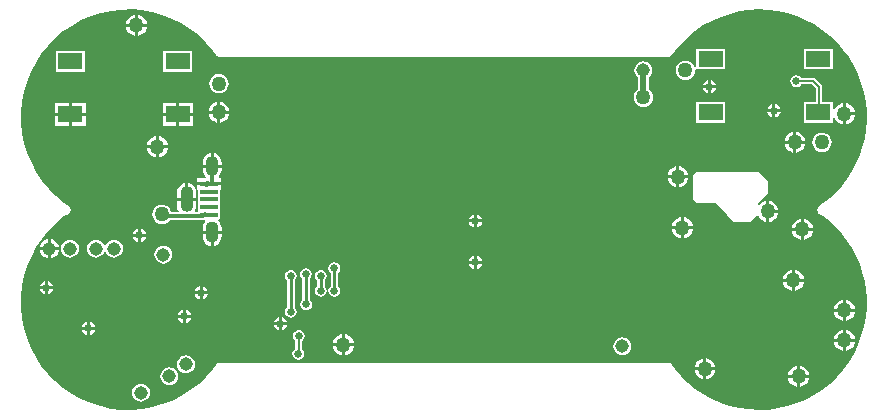
<source format=gbl>
G04*
G04 #@! TF.GenerationSoftware,Altium Limited,Altium Designer,19.1.7 (138)*
G04*
G04 Layer_Physical_Order=2*
G04 Layer_Color=16711680*
%FSLAX25Y25*%
%MOIN*%
G70*
G01*
G75*
%ADD15C,0.01000*%
%ADD55C,0.01500*%
%ADD56C,0.00800*%
%ADD57C,0.02000*%
%ADD58C,0.01200*%
%ADD59O,0.04331X0.06693*%
%ADD60O,0.04331X0.07087*%
%ADD61O,0.04331X0.08661*%
%ADD62C,0.05000*%
%ADD63C,0.02500*%
%ADD64C,0.04500*%
%ADD65R,0.08268X0.05512*%
%ADD66R,0.05906X0.01772*%
G36*
X328113Y263632D02*
X331314Y263222D01*
X334465Y262525D01*
X337540Y261547D01*
X340514Y260296D01*
X343364Y258782D01*
X346066Y257018D01*
X348598Y255017D01*
X350939Y252797D01*
X353071Y250374D01*
X354975Y247770D01*
X356638Y245004D01*
X358045Y242100D01*
X359184Y239081D01*
X360046Y235971D01*
X360625Y232797D01*
X360916Y229583D01*
Y226509D01*
X360677Y223596D01*
X360202Y220712D01*
X359493Y217877D01*
X358554Y215109D01*
X357393Y212427D01*
X356017Y209848D01*
X354435Y207391D01*
X352658Y205071D01*
X350697Y202903D01*
X348565Y200903D01*
X346278Y199084D01*
X345064Y198271D01*
X344855Y198061D01*
X344645Y197851D01*
X344644Y197850D01*
X344643Y197848D01*
X344529Y197573D01*
X344416Y197300D01*
Y197298D01*
X344415Y197297D01*
X344415Y197000D01*
X344415Y196703D01*
X344416Y196702D01*
Y196700D01*
X344529Y196428D01*
X344643Y196152D01*
X344644Y196151D01*
X344645Y196149D01*
X344853Y195940D01*
X345064Y195729D01*
X346278Y194916D01*
X348565Y193097D01*
X350696Y191097D01*
X352658Y188929D01*
X354435Y186609D01*
X356017Y184152D01*
X357393Y181573D01*
X358554Y178891D01*
X359493Y176123D01*
X360202Y173288D01*
X360677Y170404D01*
X360916Y167491D01*
Y164417D01*
X360625Y161203D01*
X360046Y158028D01*
X359184Y154919D01*
X358045Y151900D01*
X356638Y148996D01*
X354975Y146230D01*
X353071Y143626D01*
X350939Y141203D01*
X348598Y138983D01*
X346066Y136982D01*
X343364Y135218D01*
X340514Y133704D01*
X337540Y132453D01*
X334465Y131475D01*
X331314Y130778D01*
X328113Y130368D01*
X324889Y130247D01*
X321667Y130418D01*
X318473Y130878D01*
X315333Y131624D01*
X312274Y132650D01*
X309319Y133948D01*
X306494Y135506D01*
X303820Y137312D01*
X301320Y139352D01*
X299013Y141609D01*
X296920Y144065D01*
X295988Y145382D01*
X295893Y145472D01*
X295821Y145580D01*
X295679Y145675D01*
X295555Y145792D01*
X295433Y145839D01*
X295325Y145911D01*
X295157Y145945D01*
X294998Y146006D01*
X294867Y146002D01*
X294739Y146028D01*
X145261Y146028D01*
X145133Y146002D01*
X145002Y146006D01*
X144843Y145945D01*
X144675Y145911D01*
X144567Y145839D01*
X144445Y145792D01*
X144321Y145675D01*
X144179Y145580D01*
X144107Y145472D01*
X144012Y145382D01*
X143006Y143960D01*
X140726Y141324D01*
X138201Y138923D01*
X135454Y136779D01*
X132512Y134913D01*
X129402Y133341D01*
X126154Y132079D01*
X122799Y131139D01*
X119368Y130529D01*
X115894Y130256D01*
X112410Y130322D01*
X108949Y130727D01*
X105544Y131466D01*
X102227Y132533D01*
X99029Y133918D01*
X95982Y135606D01*
X93112Y137584D01*
X90449Y139831D01*
X88017Y142326D01*
X85839Y145046D01*
X83936Y147965D01*
X82325Y151055D01*
X81023Y154287D01*
X80041Y157630D01*
X79389Y161053D01*
X79073Y164523D01*
X79096Y168008D01*
X79458Y171473D01*
X80155Y174887D01*
X81181Y178217D01*
X82525Y181432D01*
X84176Y184501D01*
X86117Y187394D01*
X88331Y190085D01*
X90796Y192548D01*
X93488Y194760D01*
X94936Y195729D01*
X95145Y195939D01*
X95355Y196149D01*
X95356Y196151D01*
X95357Y196152D01*
X95470Y196424D01*
X95584Y196700D01*
Y196702D01*
X95585Y196703D01*
X95585Y196998D01*
X95585Y197297D01*
X95584Y197298D01*
Y197300D01*
X95471Y197573D01*
X95357Y197848D01*
X95356Y197850D01*
X95355Y197851D01*
X95146Y198060D01*
X94936Y198271D01*
X93489Y199240D01*
X90796Y201452D01*
X88331Y203915D01*
X86117Y206606D01*
X84176Y209499D01*
X82525Y212568D01*
X81181Y215783D01*
X80155Y219113D01*
X79458Y222527D01*
X79096Y225992D01*
X79073Y229477D01*
X79389Y232947D01*
X80041Y236370D01*
X81023Y239713D01*
X82325Y242945D01*
X83936Y246035D01*
X85839Y248954D01*
X88017Y251674D01*
X90449Y254169D01*
X93112Y256416D01*
X95982Y258394D01*
X99029Y260082D01*
X102227Y261467D01*
X105544Y262534D01*
X108949Y263273D01*
X112410Y263678D01*
X115894Y263744D01*
X119368Y263471D01*
X122799Y262861D01*
X126154Y261921D01*
X129402Y260659D01*
X132512Y259087D01*
X135454Y257221D01*
X138201Y255077D01*
X140726Y252676D01*
X143006Y250040D01*
X144012Y248618D01*
X144107Y248529D01*
X144179Y248420D01*
X144321Y248325D01*
X144445Y248208D01*
X144567Y248161D01*
X144675Y248089D01*
X144843Y248055D01*
X145002Y247994D01*
X145133Y247998D01*
X145261Y247972D01*
X294739D01*
X294867Y247998D01*
X294998Y247994D01*
X295157Y248055D01*
X295325Y248089D01*
X295433Y248161D01*
X295555Y248208D01*
X295679Y248325D01*
X295821Y248420D01*
X295893Y248529D01*
X295988Y248618D01*
X296920Y249935D01*
X299013Y252391D01*
X301320Y254647D01*
X303820Y256687D01*
X306494Y258494D01*
X309319Y260052D01*
X312274Y261350D01*
X315333Y262375D01*
X318473Y263122D01*
X321667Y263582D01*
X324889Y263753D01*
X328113Y263632D01*
D02*
G37*
%LPC*%
G36*
X118000Y261964D02*
Y259000D01*
X120964D01*
X120910Y259414D01*
X120557Y260265D01*
X119996Y260996D01*
X119265Y261557D01*
X118414Y261910D01*
X118000Y261964D01*
D02*
G37*
G36*
X117000D02*
X116586Y261910D01*
X115735Y261557D01*
X115004Y260996D01*
X114443Y260265D01*
X114090Y259414D01*
X114036Y259000D01*
X117000D01*
Y261964D01*
D02*
G37*
G36*
X120964Y258000D02*
X118000D01*
Y255036D01*
X118414Y255090D01*
X119265Y255443D01*
X119996Y256004D01*
X120557Y256735D01*
X120910Y257586D01*
X120964Y258000D01*
D02*
G37*
G36*
X117000D02*
X114036D01*
X114090Y257586D01*
X114443Y256735D01*
X115004Y256004D01*
X115735Y255443D01*
X116586Y255090D01*
X117000Y255036D01*
Y258000D01*
D02*
G37*
G36*
X313834Y250672D02*
X304166D01*
Y244248D01*
X304166Y244238D01*
X304166Y244238D01*
X304166Y244000D01*
X303666Y243967D01*
X303618Y244335D01*
X303295Y245114D01*
X302782Y245782D01*
X302114Y246295D01*
X301335Y246618D01*
X300500Y246728D01*
X299665Y246618D01*
X298886Y246295D01*
X298218Y245782D01*
X297705Y245114D01*
X297382Y244335D01*
X297272Y243500D01*
X297382Y242665D01*
X297705Y241886D01*
X298218Y241218D01*
X298886Y240705D01*
X299665Y240382D01*
X300500Y240272D01*
X301335Y240382D01*
X302114Y240705D01*
X302782Y241218D01*
X303295Y241886D01*
X303618Y242665D01*
X303724Y243470D01*
X303728Y243500D01*
X303763Y243676D01*
X304198Y243761D01*
X304567Y243761D01*
X313834D01*
Y250672D01*
D02*
G37*
G36*
X349661D02*
X339993D01*
Y243761D01*
X349661D01*
Y250672D01*
D02*
G37*
G36*
X136161Y249956D02*
X126493D01*
Y243044D01*
X136161D01*
Y249956D01*
D02*
G37*
G36*
X100334D02*
X90666D01*
Y243044D01*
X100334D01*
Y249956D01*
D02*
G37*
G36*
X309000Y240195D02*
Y238500D01*
X310695D01*
X310619Y238878D01*
X310122Y239622D01*
X309378Y240120D01*
X309000Y240195D01*
D02*
G37*
G36*
X308000D02*
X307622Y240120D01*
X306878Y239622D01*
X306381Y238878D01*
X306305Y238500D01*
X308000D01*
Y240195D01*
D02*
G37*
G36*
X310695Y237500D02*
X309000D01*
Y235805D01*
X309378Y235880D01*
X310122Y236378D01*
X310619Y237122D01*
X310695Y237500D01*
D02*
G37*
G36*
X308000D02*
X306305D01*
X306381Y237122D01*
X306878Y236378D01*
X307622Y235880D01*
X308000Y235805D01*
Y237500D01*
D02*
G37*
G36*
X145000Y242228D02*
X144165Y242118D01*
X143386Y241795D01*
X142718Y241282D01*
X142205Y240614D01*
X141882Y239835D01*
X141772Y239000D01*
X141882Y238165D01*
X142205Y237386D01*
X142718Y236718D01*
X143386Y236205D01*
X144165Y235882D01*
X145000Y235772D01*
X145835Y235882D01*
X146614Y236205D01*
X147282Y236718D01*
X147795Y237386D01*
X148118Y238165D01*
X148228Y239000D01*
X148118Y239835D01*
X147795Y240614D01*
X147282Y241282D01*
X146614Y241795D01*
X145835Y242118D01*
X145000Y242228D01*
D02*
G37*
G36*
X286500Y246476D02*
X285730Y246374D01*
X285012Y246077D01*
X284396Y245604D01*
X283923Y244988D01*
X283626Y244270D01*
X283524Y243500D01*
X283626Y242730D01*
X283923Y242012D01*
X284396Y241396D01*
X284767Y241112D01*
Y237204D01*
X284218Y236782D01*
X283705Y236114D01*
X283382Y235335D01*
X283272Y234500D01*
X283382Y233665D01*
X283705Y232886D01*
X284218Y232218D01*
X284886Y231705D01*
X285665Y231382D01*
X286500Y231272D01*
X287335Y231382D01*
X288114Y231705D01*
X288782Y232218D01*
X289295Y232886D01*
X289618Y233665D01*
X289728Y234500D01*
X289618Y235335D01*
X289295Y236114D01*
X288782Y236782D01*
X288233Y237204D01*
Y241112D01*
X288604Y241396D01*
X289077Y242012D01*
X289374Y242730D01*
X289475Y243500D01*
X289374Y244270D01*
X289077Y244988D01*
X288604Y245604D01*
X287988Y246077D01*
X287270Y246374D01*
X286500Y246476D01*
D02*
G37*
G36*
X330500Y232195D02*
Y230500D01*
X332195D01*
X332119Y230878D01*
X331622Y231622D01*
X330878Y232119D01*
X330500Y232195D01*
D02*
G37*
G36*
X329500D02*
X329122Y232119D01*
X328378Y231622D01*
X327881Y230878D01*
X327805Y230500D01*
X329500D01*
Y232195D01*
D02*
G37*
G36*
X145500Y232964D02*
Y230000D01*
X148464D01*
X148410Y230414D01*
X148057Y231265D01*
X147496Y231996D01*
X146765Y232557D01*
X145914Y232910D01*
X145500Y232964D01*
D02*
G37*
G36*
X144500D02*
X144086Y232910D01*
X143235Y232557D01*
X142504Y231996D01*
X141943Y231265D01*
X141590Y230414D01*
X141536Y230000D01*
X144500D01*
Y232964D01*
D02*
G37*
G36*
X354000Y232464D02*
Y229500D01*
X356964D01*
X356910Y229914D01*
X356557Y230765D01*
X355996Y231496D01*
X355265Y232057D01*
X354414Y232410D01*
X354000Y232464D01*
D02*
G37*
G36*
X136461Y232539D02*
X131827D01*
Y229283D01*
X136461D01*
Y232539D01*
D02*
G37*
G36*
X100634D02*
X96000D01*
Y229283D01*
X100634D01*
Y232539D01*
D02*
G37*
G36*
X130827D02*
X126193D01*
Y229283D01*
X130827D01*
Y232539D01*
D02*
G37*
G36*
X95000D02*
X90366D01*
Y229283D01*
X95000D01*
Y232539D01*
D02*
G37*
G36*
X332195Y229500D02*
X330500D01*
Y227805D01*
X330878Y227881D01*
X331622Y228378D01*
X332119Y229122D01*
X332195Y229500D01*
D02*
G37*
G36*
X329500D02*
X327805D01*
X327881Y229122D01*
X328378Y228378D01*
X329122Y227881D01*
X329500Y227805D01*
Y229500D01*
D02*
G37*
G36*
X313834Y232956D02*
X304166D01*
Y226044D01*
X313834D01*
Y232956D01*
D02*
G37*
G36*
X148464Y229000D02*
X145500D01*
Y226036D01*
X145914Y226090D01*
X146765Y226443D01*
X147496Y227004D01*
X148057Y227735D01*
X148410Y228586D01*
X148464Y229000D01*
D02*
G37*
G36*
X144500D02*
X141536D01*
X141590Y228586D01*
X141943Y227735D01*
X142504Y227004D01*
X143235Y226443D01*
X144086Y226090D01*
X144500Y226036D01*
Y229000D01*
D02*
G37*
G36*
X356964Y228500D02*
X354000D01*
Y225536D01*
X354414Y225590D01*
X355265Y225943D01*
X355996Y226504D01*
X356557Y227235D01*
X356910Y228086D01*
X356964Y228500D01*
D02*
G37*
G36*
X337453Y241890D02*
X336692Y241739D01*
X336047Y241307D01*
X335616Y240662D01*
X335465Y239902D01*
X335616Y239141D01*
X336047Y238496D01*
X336692Y238065D01*
X337453Y237913D01*
X338214Y238065D01*
X338859Y238496D01*
X339049Y238780D01*
X342634D01*
X343879Y237535D01*
Y232956D01*
X339993D01*
Y226044D01*
X349661D01*
Y227817D01*
X350161Y227916D01*
X350443Y227235D01*
X351004Y226504D01*
X351735Y225943D01*
X352586Y225590D01*
X353000Y225536D01*
Y229000D01*
Y232464D01*
X352586Y232410D01*
X351735Y232057D01*
X351004Y231496D01*
X350443Y230765D01*
X350161Y230084D01*
X349661Y230184D01*
Y232956D01*
X346122D01*
Y238000D01*
X346036Y238429D01*
X345793Y238793D01*
X345793Y238793D01*
X343892Y240695D01*
X343528Y240938D01*
X343098Y241023D01*
X343098Y241023D01*
X339049D01*
X338859Y241307D01*
X338214Y241739D01*
X337453Y241890D01*
D02*
G37*
G36*
X136461Y228284D02*
X131827D01*
Y225028D01*
X136461D01*
Y228284D01*
D02*
G37*
G36*
X130827D02*
X126193D01*
Y225028D01*
X130827D01*
Y228284D01*
D02*
G37*
G36*
X100634D02*
X96000D01*
Y225028D01*
X100634D01*
Y228284D01*
D02*
G37*
G36*
X95000D02*
X90366D01*
Y225028D01*
X95000D01*
Y228284D01*
D02*
G37*
G36*
X337500Y222964D02*
Y220000D01*
X340464D01*
X340410Y220414D01*
X340057Y221265D01*
X339496Y221996D01*
X338765Y222557D01*
X337914Y222910D01*
X337500Y222964D01*
D02*
G37*
G36*
X336500D02*
X336086Y222910D01*
X335235Y222557D01*
X334504Y221996D01*
X333943Y221265D01*
X333590Y220414D01*
X333536Y220000D01*
X336500D01*
Y222964D01*
D02*
G37*
G36*
X125000Y221464D02*
Y218500D01*
X127964D01*
X127910Y218914D01*
X127557Y219765D01*
X126996Y220496D01*
X126265Y221057D01*
X125414Y221410D01*
X125000Y221464D01*
D02*
G37*
G36*
X124000D02*
X123586Y221410D01*
X122735Y221057D01*
X122004Y220496D01*
X121443Y219765D01*
X121090Y218914D01*
X121036Y218500D01*
X124000D01*
Y221464D01*
D02*
G37*
G36*
X346000Y222728D02*
X345165Y222618D01*
X344386Y222295D01*
X343718Y221782D01*
X343205Y221114D01*
X342882Y220335D01*
X342772Y219500D01*
X342882Y218665D01*
X343205Y217886D01*
X343718Y217218D01*
X344386Y216705D01*
X345165Y216382D01*
X346000Y216272D01*
X346835Y216382D01*
X347614Y216705D01*
X348282Y217218D01*
X348795Y217886D01*
X349118Y218665D01*
X349228Y219500D01*
X349118Y220335D01*
X348795Y221114D01*
X348282Y221782D01*
X347614Y222295D01*
X346835Y222618D01*
X346000Y222728D01*
D02*
G37*
G36*
X340464Y219000D02*
X337500D01*
Y216036D01*
X337914Y216090D01*
X338765Y216443D01*
X339496Y217004D01*
X340057Y217735D01*
X340410Y218586D01*
X340464Y219000D01*
D02*
G37*
G36*
X336500D02*
X333536D01*
X333590Y218586D01*
X333943Y217735D01*
X334504Y217004D01*
X335235Y216443D01*
X336086Y216090D01*
X336500Y216036D01*
Y219000D01*
D02*
G37*
G36*
X127964Y217500D02*
X125000D01*
Y214536D01*
X125414Y214590D01*
X126265Y214943D01*
X126996Y215504D01*
X127557Y216235D01*
X127910Y217086D01*
X127964Y217500D01*
D02*
G37*
G36*
X124000D02*
X121036D01*
X121090Y217086D01*
X121443Y216235D01*
X122004Y215504D01*
X122735Y214943D01*
X123586Y214590D01*
X124000Y214536D01*
Y217500D01*
D02*
G37*
G36*
X143232Y215832D02*
Y212024D01*
X145925D01*
Y212705D01*
X145816Y213531D01*
X145497Y214301D01*
X144990Y214962D01*
X144329Y215470D01*
X143559Y215789D01*
X143232Y215832D01*
D02*
G37*
G36*
X142232D02*
X141906Y215789D01*
X141136Y215470D01*
X140475Y214962D01*
X139967Y214301D01*
X139648Y213531D01*
X139540Y212705D01*
Y212024D01*
X142232D01*
Y215832D01*
D02*
G37*
G36*
X298500Y211464D02*
Y208500D01*
X301464D01*
X301410Y208914D01*
X301057Y209765D01*
X300496Y210496D01*
X299765Y211057D01*
X298914Y211410D01*
X298500Y211464D01*
D02*
G37*
G36*
X297500D02*
X297086Y211410D01*
X296235Y211057D01*
X295504Y210496D01*
X294943Y209765D01*
X294590Y208914D01*
X294536Y208500D01*
X297500D01*
Y211464D01*
D02*
G37*
G36*
X145925Y211024D02*
X142732D01*
X139540D01*
Y210343D01*
X139648Y209516D01*
X139967Y208746D01*
X140475Y208085D01*
X140580Y208004D01*
X140411Y207504D01*
X137795D01*
Y206118D01*
X141748D01*
X145701D01*
Y207504D01*
X145054D01*
X144884Y208004D01*
X144990Y208085D01*
X145497Y208746D01*
X145816Y209516D01*
X145925Y210343D01*
Y211024D01*
D02*
G37*
G36*
X301464Y207500D02*
X298500D01*
Y204536D01*
X298914Y204590D01*
X299765Y204943D01*
X300496Y205504D01*
X301057Y206235D01*
X301410Y207086D01*
X301464Y207500D01*
D02*
G37*
G36*
X297500D02*
X294536D01*
X294590Y207086D01*
X294943Y206235D01*
X295504Y205504D01*
X296235Y204943D01*
X297086Y204590D01*
X297500Y204536D01*
Y207500D01*
D02*
G37*
G36*
X134768Y205792D02*
Y201000D01*
X137460D01*
Y202665D01*
X137352Y203492D01*
X137033Y204262D01*
X136525Y204923D01*
X135864Y205430D01*
X135094Y205749D01*
X134768Y205792D01*
D02*
G37*
G36*
X133768D02*
X133441Y205749D01*
X132671Y205430D01*
X132010Y204923D01*
X131503Y204262D01*
X131184Y203492D01*
X131075Y202665D01*
Y201000D01*
X133768D01*
Y205792D01*
D02*
G37*
G36*
X328500Y199938D02*
Y196974D01*
X331464D01*
X331410Y197387D01*
X331057Y198239D01*
X330496Y198970D01*
X329765Y199531D01*
X328914Y199883D01*
X328500Y199938D01*
D02*
G37*
G36*
X145701Y205118D02*
X141748D01*
X137795D01*
Y203732D01*
X138095D01*
Y198914D01*
Y196195D01*
X137181D01*
X136960Y196643D01*
X137033Y196738D01*
X137352Y197508D01*
X137460Y198335D01*
Y200000D01*
X134268D01*
X131075D01*
Y198335D01*
X131184Y197508D01*
X131503Y196738D01*
X131576Y196643D01*
X131355Y196195D01*
X129136D01*
X129118Y196335D01*
X128795Y197114D01*
X128282Y197782D01*
X127614Y198295D01*
X126835Y198618D01*
X126000Y198728D01*
X125165Y198618D01*
X124386Y198295D01*
X123718Y197782D01*
X123205Y197114D01*
X122882Y196335D01*
X122772Y195500D01*
X122882Y194665D01*
X123205Y193886D01*
X123718Y193218D01*
X124386Y192705D01*
X125165Y192382D01*
X126000Y192272D01*
X126835Y192382D01*
X127614Y192705D01*
X128282Y193218D01*
X128533Y193544D01*
X139735D01*
X140243Y193645D01*
X140299Y193608D01*
X140354Y193454D01*
X140364Y192968D01*
X139967Y192451D01*
X139648Y191681D01*
X139540Y190854D01*
Y189976D01*
X142732D01*
X145925D01*
Y190854D01*
X145816Y191681D01*
X145497Y192451D01*
X144990Y193112D01*
X144750Y193296D01*
X144920Y193796D01*
X145401D01*
Y196355D01*
Y198914D01*
Y203732D01*
X145701D01*
Y205118D01*
D02*
G37*
G36*
X231000Y195474D02*
Y193780D01*
X232695D01*
X232620Y194157D01*
X232122Y194902D01*
X231378Y195399D01*
X231000Y195474D01*
D02*
G37*
G36*
X230000D02*
X229622Y195399D01*
X228878Y194902D01*
X228380Y194157D01*
X228305Y193780D01*
X230000D01*
Y195474D01*
D02*
G37*
G36*
X331464Y195974D02*
X328500D01*
Y193009D01*
X328914Y193064D01*
X329765Y193416D01*
X330496Y193977D01*
X331057Y194708D01*
X331410Y195560D01*
X331464Y195974D01*
D02*
G37*
G36*
X325000Y209500D02*
X304000Y209500D01*
X303000Y208500D01*
Y200500D01*
X304410Y199090D01*
X310660Y199090D01*
X314500Y195250D01*
X316300Y193000D01*
X322000Y193000D01*
X324199Y195199D01*
X324788Y195081D01*
X324943Y194708D01*
X325504Y193977D01*
X326235Y193416D01*
X327086Y193064D01*
X327500Y193009D01*
Y196474D01*
Y199938D01*
X327086Y199883D01*
X326235Y199531D01*
X325504Y198970D01*
X325090Y198431D01*
X324590Y198600D01*
Y199090D01*
X328000Y202500D01*
X328000Y206500D01*
X325000Y209500D01*
D02*
G37*
G36*
X300000Y194464D02*
Y191500D01*
X302964D01*
X302910Y191914D01*
X302557Y192765D01*
X301996Y193496D01*
X301265Y194057D01*
X300414Y194410D01*
X300000Y194464D01*
D02*
G37*
G36*
X299000D02*
X298586Y194410D01*
X297735Y194057D01*
X297004Y193496D01*
X296443Y192765D01*
X296090Y191914D01*
X296036Y191500D01*
X299000D01*
Y194464D01*
D02*
G37*
G36*
X232695Y192780D02*
X231000D01*
Y191085D01*
X231378Y191160D01*
X232122Y191657D01*
X232620Y192402D01*
X232695Y192780D01*
D02*
G37*
G36*
X230000D02*
X228305D01*
X228380Y192402D01*
X228878Y191657D01*
X229622Y191160D01*
X230000Y191085D01*
Y192780D01*
D02*
G37*
G36*
X340000Y193964D02*
Y191000D01*
X342964D01*
X342910Y191414D01*
X342557Y192265D01*
X341996Y192996D01*
X341265Y193557D01*
X340414Y193910D01*
X340000Y193964D01*
D02*
G37*
G36*
X339000D02*
X338586Y193910D01*
X337735Y193557D01*
X337004Y192996D01*
X336443Y192265D01*
X336090Y191414D01*
X336036Y191000D01*
X339000D01*
Y193964D01*
D02*
G37*
G36*
X119000Y190695D02*
Y189000D01*
X120695D01*
X120619Y189378D01*
X120122Y190122D01*
X119378Y190620D01*
X119000Y190695D01*
D02*
G37*
G36*
X118000D02*
X117622Y190620D01*
X116878Y190122D01*
X116381Y189378D01*
X116305Y189000D01*
X118000D01*
Y190695D01*
D02*
G37*
G36*
X302964Y190500D02*
X300000D01*
Y187536D01*
X300414Y187590D01*
X301265Y187943D01*
X301996Y188504D01*
X302557Y189235D01*
X302910Y190086D01*
X302964Y190500D01*
D02*
G37*
G36*
X299000D02*
X296036D01*
X296090Y190086D01*
X296443Y189235D01*
X297004Y188504D01*
X297735Y187943D01*
X298586Y187590D01*
X299000Y187536D01*
Y190500D01*
D02*
G37*
G36*
X342964Y190000D02*
X340000D01*
Y187036D01*
X340414Y187090D01*
X341265Y187443D01*
X341996Y188004D01*
X342557Y188735D01*
X342910Y189586D01*
X342964Y190000D01*
D02*
G37*
G36*
X339000D02*
X336036D01*
X336090Y189586D01*
X336443Y188735D01*
X337004Y188004D01*
X337735Y187443D01*
X338586Y187090D01*
X339000Y187036D01*
Y190000D01*
D02*
G37*
G36*
X120695Y188000D02*
X119000D01*
Y186305D01*
X119378Y186381D01*
X120122Y186878D01*
X120619Y187622D01*
X120695Y188000D01*
D02*
G37*
G36*
X118000D02*
X116305D01*
X116381Y187622D01*
X116878Y186878D01*
X117622Y186381D01*
X118000Y186305D01*
Y188000D01*
D02*
G37*
G36*
X110000Y186976D02*
X109230Y186874D01*
X108512Y186577D01*
X107896Y186104D01*
X107423Y185488D01*
X107271Y185119D01*
X106729D01*
X106577Y185488D01*
X106104Y186104D01*
X105488Y186577D01*
X104770Y186874D01*
X104000Y186976D01*
X103230Y186874D01*
X102512Y186577D01*
X101896Y186104D01*
X101423Y185488D01*
X101126Y184770D01*
X101024Y184000D01*
X101126Y183230D01*
X101423Y182512D01*
X101896Y181896D01*
X102512Y181423D01*
X103230Y181126D01*
X104000Y181025D01*
X104770Y181126D01*
X105488Y181423D01*
X106104Y181896D01*
X106577Y182512D01*
X106729Y182881D01*
X107271D01*
X107423Y182512D01*
X107896Y181896D01*
X108512Y181423D01*
X109230Y181126D01*
X110000Y181025D01*
X110770Y181126D01*
X111488Y181423D01*
X112104Y181896D01*
X112577Y182512D01*
X112874Y183230D01*
X112976Y184000D01*
X112874Y184770D01*
X112577Y185488D01*
X112104Y186104D01*
X111488Y186577D01*
X110770Y186874D01*
X110000Y186976D01*
D02*
G37*
G36*
X145925Y188976D02*
X143232D01*
Y184972D01*
X143559Y185015D01*
X144329Y185334D01*
X144990Y185841D01*
X145497Y186502D01*
X145816Y187272D01*
X145925Y188098D01*
Y188976D01*
D02*
G37*
G36*
X142232D02*
X139540D01*
Y188098D01*
X139648Y187272D01*
X139967Y186502D01*
X140475Y185841D01*
X141136Y185334D01*
X141906Y185015D01*
X142232Y184972D01*
Y188976D01*
D02*
G37*
G36*
X89000Y187212D02*
Y184500D01*
X91712D01*
X91666Y184848D01*
X91339Y185639D01*
X90818Y186318D01*
X90139Y186839D01*
X89348Y187166D01*
X89000Y187212D01*
D02*
G37*
G36*
X88000D02*
X87652Y187166D01*
X86861Y186839D01*
X86182Y186318D01*
X85661Y185639D01*
X85334Y184848D01*
X85288Y184500D01*
X88000D01*
Y187212D01*
D02*
G37*
G36*
X95328Y186976D02*
X94558Y186874D01*
X93840Y186577D01*
X93224Y186104D01*
X92751Y185488D01*
X92454Y184770D01*
X92353Y184000D01*
X92454Y183230D01*
X92751Y182512D01*
X93224Y181896D01*
X93840Y181423D01*
X94558Y181126D01*
X95328Y181025D01*
X96098Y181126D01*
X96816Y181423D01*
X97432Y181896D01*
X97905Y182512D01*
X98202Y183230D01*
X98304Y184000D01*
X98202Y184770D01*
X97905Y185488D01*
X97432Y186104D01*
X96816Y186577D01*
X96098Y186874D01*
X95328Y186976D01*
D02*
G37*
G36*
X91712Y183500D02*
X89000D01*
Y180788D01*
X89348Y180834D01*
X90139Y181161D01*
X90818Y181682D01*
X91339Y182361D01*
X91666Y183152D01*
X91712Y183500D01*
D02*
G37*
G36*
X88000D02*
X85288D01*
X85334Y183152D01*
X85661Y182361D01*
X86182Y181682D01*
X86861Y181161D01*
X87652Y180834D01*
X88000Y180788D01*
Y183500D01*
D02*
G37*
G36*
X231000Y181695D02*
Y180000D01*
X232695D01*
X232620Y180378D01*
X232122Y181122D01*
X231378Y181620D01*
X231000Y181695D01*
D02*
G37*
G36*
X230000D02*
X229622Y181620D01*
X228878Y181122D01*
X228380Y180378D01*
X228305Y180000D01*
X230000D01*
Y181695D01*
D02*
G37*
G36*
X126500Y184976D02*
X125730Y184874D01*
X125012Y184577D01*
X124396Y184104D01*
X123923Y183488D01*
X123626Y182770D01*
X123524Y182000D01*
X123626Y181230D01*
X123923Y180512D01*
X124396Y179896D01*
X125012Y179423D01*
X125730Y179126D01*
X126500Y179025D01*
X127270Y179126D01*
X127988Y179423D01*
X128604Y179896D01*
X129077Y180512D01*
X129374Y181230D01*
X129475Y182000D01*
X129374Y182770D01*
X129077Y183488D01*
X128604Y184104D01*
X127988Y184577D01*
X127270Y184874D01*
X126500Y184976D01*
D02*
G37*
G36*
X232695Y179000D02*
X231000D01*
Y177305D01*
X231378Y177381D01*
X232122Y177878D01*
X232620Y178622D01*
X232695Y179000D01*
D02*
G37*
G36*
X230000D02*
X228305D01*
X228380Y178622D01*
X228878Y177878D01*
X229622Y177381D01*
X230000Y177305D01*
Y179000D01*
D02*
G37*
G36*
X337000Y176964D02*
Y174000D01*
X339964D01*
X339910Y174414D01*
X339557Y175265D01*
X338996Y175996D01*
X338265Y176557D01*
X337414Y176910D01*
X337000Y176964D01*
D02*
G37*
G36*
X336000D02*
X335586Y176910D01*
X334735Y176557D01*
X334004Y175996D01*
X333443Y175265D01*
X333090Y174414D01*
X333036Y174000D01*
X336000D01*
Y176964D01*
D02*
G37*
G36*
X88000Y173195D02*
Y171500D01*
X89695D01*
X89619Y171878D01*
X89122Y172622D01*
X88378Y173119D01*
X88000Y173195D01*
D02*
G37*
G36*
X87000D02*
X86622Y173119D01*
X85878Y172622D01*
X85381Y171878D01*
X85305Y171500D01*
X87000D01*
Y173195D01*
D02*
G37*
G36*
X339964Y173000D02*
X337000D01*
Y170036D01*
X337414Y170090D01*
X338265Y170443D01*
X338996Y171004D01*
X339557Y171735D01*
X339910Y172586D01*
X339964Y173000D01*
D02*
G37*
G36*
X336000D02*
X333036D01*
X333090Y172586D01*
X333443Y171735D01*
X334004Y171004D01*
X334735Y170443D01*
X335586Y170090D01*
X336000Y170036D01*
Y173000D01*
D02*
G37*
G36*
X139559Y171474D02*
Y169780D01*
X141254D01*
X141179Y170157D01*
X140681Y170902D01*
X139937Y171399D01*
X139559Y171474D01*
D02*
G37*
G36*
X138559D02*
X138181Y171399D01*
X137437Y170902D01*
X136940Y170157D01*
X136864Y169780D01*
X138559D01*
Y171474D01*
D02*
G37*
G36*
X89695Y170500D02*
X88000D01*
Y168805D01*
X88378Y168880D01*
X89122Y169378D01*
X89619Y170122D01*
X89695Y170500D01*
D02*
G37*
G36*
X87000D02*
X85305D01*
X85381Y170122D01*
X85878Y169378D01*
X86622Y168880D01*
X87000Y168805D01*
Y170500D01*
D02*
G37*
G36*
X183500Y179488D02*
X182739Y179337D01*
X182094Y178906D01*
X181663Y178261D01*
X181512Y177500D01*
X181663Y176739D01*
X182094Y176094D01*
X182276Y175972D01*
Y171528D01*
X182094Y171406D01*
X181663Y170761D01*
X181512Y170000D01*
X181663Y169239D01*
X182094Y168594D01*
X182739Y168163D01*
X183500Y168012D01*
X184261Y168163D01*
X184906Y168594D01*
X185337Y169239D01*
X185488Y170000D01*
X185337Y170761D01*
X184906Y171406D01*
X184723Y171528D01*
Y175972D01*
X184906Y176094D01*
X185337Y176739D01*
X185488Y177500D01*
X185337Y178261D01*
X184906Y178906D01*
X184261Y179337D01*
X183500Y179488D01*
D02*
G37*
G36*
X179000Y176988D02*
X178239Y176837D01*
X177594Y176406D01*
X177163Y175761D01*
X177012Y175000D01*
X177163Y174239D01*
X177594Y173594D01*
X177777Y173472D01*
Y171528D01*
X177594Y171406D01*
X177163Y170761D01*
X177012Y170000D01*
X177163Y169239D01*
X177594Y168594D01*
X178239Y168163D01*
X179000Y168012D01*
X179761Y168163D01*
X180406Y168594D01*
X180837Y169239D01*
X180988Y170000D01*
X180837Y170761D01*
X180406Y171406D01*
X180224Y171528D01*
Y173472D01*
X180406Y173594D01*
X180837Y174239D01*
X180988Y175000D01*
X180837Y175761D01*
X180406Y176406D01*
X179761Y176837D01*
X179000Y176988D01*
D02*
G37*
G36*
X141254Y168780D02*
X139559D01*
Y167085D01*
X139937Y167160D01*
X140681Y167657D01*
X141179Y168402D01*
X141254Y168780D01*
D02*
G37*
G36*
X138559D02*
X136864D01*
X136940Y168402D01*
X137437Y167657D01*
X138181Y167160D01*
X138559Y167085D01*
Y168780D01*
D02*
G37*
G36*
X354000Y166964D02*
Y164000D01*
X356964D01*
X356910Y164414D01*
X356557Y165265D01*
X355996Y165996D01*
X355265Y166557D01*
X354414Y166910D01*
X354000Y166964D01*
D02*
G37*
G36*
X353000D02*
X352586Y166910D01*
X351735Y166557D01*
X351004Y165996D01*
X350443Y165265D01*
X350090Y164414D01*
X350036Y164000D01*
X353000D01*
Y166964D01*
D02*
G37*
G36*
X174000Y177488D02*
X173239Y177337D01*
X172594Y176906D01*
X172163Y176261D01*
X172012Y175500D01*
X172163Y174739D01*
X172594Y174094D01*
X172776Y173972D01*
Y166944D01*
X172644Y166856D01*
X172213Y166211D01*
X172062Y165450D01*
X172213Y164689D01*
X172644Y164044D01*
X173289Y163613D01*
X174050Y163462D01*
X174811Y163613D01*
X175456Y164044D01*
X175887Y164689D01*
X176038Y165450D01*
X175887Y166211D01*
X175456Y166856D01*
X175224Y167011D01*
Y173972D01*
X175406Y174094D01*
X175837Y174739D01*
X175988Y175500D01*
X175837Y176261D01*
X175406Y176906D01*
X174761Y177337D01*
X174000Y177488D01*
D02*
G37*
G36*
X134000Y163695D02*
Y162000D01*
X135695D01*
X135619Y162378D01*
X135122Y163122D01*
X134378Y163619D01*
X134000Y163695D01*
D02*
G37*
G36*
X133000D02*
X132622Y163619D01*
X131878Y163122D01*
X131380Y162378D01*
X131305Y162000D01*
X133000D01*
Y163695D01*
D02*
G37*
G36*
X169000Y176988D02*
X168239Y176837D01*
X167594Y176406D01*
X167163Y175761D01*
X167012Y175000D01*
X167163Y174239D01*
X167594Y173594D01*
X167777Y173472D01*
Y164528D01*
X167594Y164406D01*
X167163Y163761D01*
X167012Y163000D01*
X167163Y162239D01*
X167594Y161594D01*
X168239Y161163D01*
X169000Y161012D01*
X169761Y161163D01*
X170406Y161594D01*
X170837Y162239D01*
X170988Y163000D01*
X170837Y163761D01*
X170406Y164406D01*
X170223Y164528D01*
Y173472D01*
X170406Y173594D01*
X170837Y174239D01*
X170988Y175000D01*
X170837Y175761D01*
X170406Y176406D01*
X169761Y176837D01*
X169000Y176988D01*
D02*
G37*
G36*
X356964Y163000D02*
X354000D01*
Y160036D01*
X354414Y160090D01*
X355265Y160443D01*
X355996Y161004D01*
X356557Y161735D01*
X356910Y162586D01*
X356964Y163000D01*
D02*
G37*
G36*
X353000D02*
X350036D01*
X350090Y162586D01*
X350443Y161735D01*
X351004Y161004D01*
X351735Y160443D01*
X352586Y160090D01*
X353000Y160036D01*
Y163000D01*
D02*
G37*
G36*
X166000Y161195D02*
Y159500D01*
X167695D01*
X167620Y159878D01*
X167122Y160622D01*
X166378Y161119D01*
X166000Y161195D01*
D02*
G37*
G36*
X165000D02*
X164622Y161119D01*
X163878Y160622D01*
X163381Y159878D01*
X163305Y159500D01*
X165000D01*
Y161195D01*
D02*
G37*
G36*
X135695Y161000D02*
X134000D01*
Y159305D01*
X134378Y159380D01*
X135122Y159878D01*
X135619Y160622D01*
X135695Y161000D01*
D02*
G37*
G36*
X133000D02*
X131305D01*
X131380Y160622D01*
X131878Y159878D01*
X132622Y159380D01*
X133000Y159305D01*
Y161000D01*
D02*
G37*
G36*
X102000Y159695D02*
Y158000D01*
X103695D01*
X103620Y158378D01*
X103122Y159122D01*
X102378Y159619D01*
X102000Y159695D01*
D02*
G37*
G36*
X101000D02*
X100622Y159619D01*
X99878Y159122D01*
X99381Y158378D01*
X99305Y158000D01*
X101000D01*
Y159695D01*
D02*
G37*
G36*
X167695Y158500D02*
X166000D01*
Y156805D01*
X166378Y156880D01*
X167122Y157378D01*
X167620Y158122D01*
X167695Y158500D01*
D02*
G37*
G36*
X165000D02*
X163305D01*
X163381Y158122D01*
X163878Y157378D01*
X164622Y156880D01*
X165000Y156805D01*
Y158500D01*
D02*
G37*
G36*
X103695Y157000D02*
X102000D01*
Y155305D01*
X102378Y155380D01*
X103122Y155878D01*
X103620Y156622D01*
X103695Y157000D01*
D02*
G37*
G36*
X101000D02*
X99305D01*
X99381Y156622D01*
X99878Y155878D01*
X100622Y155380D01*
X101000Y155305D01*
Y157000D01*
D02*
G37*
G36*
X354000Y156964D02*
Y154000D01*
X356964D01*
X356910Y154414D01*
X356557Y155265D01*
X355996Y155996D01*
X355265Y156557D01*
X354414Y156910D01*
X354000Y156964D01*
D02*
G37*
G36*
X353000D02*
X352586Y156910D01*
X351735Y156557D01*
X351004Y155996D01*
X350443Y155265D01*
X350090Y154414D01*
X350036Y154000D01*
X353000D01*
Y156964D01*
D02*
G37*
G36*
X187000Y155464D02*
Y152500D01*
X189964D01*
X189910Y152914D01*
X189557Y153765D01*
X188996Y154496D01*
X188265Y155057D01*
X187414Y155410D01*
X187000Y155464D01*
D02*
G37*
G36*
X186000D02*
X185586Y155410D01*
X184735Y155057D01*
X184004Y154496D01*
X183443Y153765D01*
X183090Y152914D01*
X183036Y152500D01*
X186000D01*
Y155464D01*
D02*
G37*
G36*
X356964Y153000D02*
X354000D01*
Y150036D01*
X354414Y150090D01*
X355265Y150443D01*
X355996Y151004D01*
X356557Y151735D01*
X356910Y152586D01*
X356964Y153000D01*
D02*
G37*
G36*
X353000D02*
X350036D01*
X350090Y152586D01*
X350443Y151735D01*
X351004Y151004D01*
X351735Y150443D01*
X352586Y150090D01*
X353000Y150036D01*
Y153000D01*
D02*
G37*
G36*
X189964Y151500D02*
X187000D01*
Y148536D01*
X187414Y148590D01*
X188265Y148943D01*
X188996Y149504D01*
X189557Y150235D01*
X189910Y151086D01*
X189964Y151500D01*
D02*
G37*
G36*
X186000D02*
X183036D01*
X183090Y151086D01*
X183443Y150235D01*
X184004Y149504D01*
X184735Y148943D01*
X185586Y148590D01*
X186000Y148536D01*
Y151500D01*
D02*
G37*
G36*
X279500Y154475D02*
X278730Y154374D01*
X278012Y154077D01*
X277396Y153604D01*
X276923Y152988D01*
X276626Y152270D01*
X276524Y151500D01*
X276626Y150730D01*
X276923Y150012D01*
X277396Y149396D01*
X278012Y148923D01*
X278730Y148626D01*
X279500Y148524D01*
X280270Y148626D01*
X280988Y148923D01*
X281604Y149396D01*
X282077Y150012D01*
X282374Y150730D01*
X282475Y151500D01*
X282374Y152270D01*
X282077Y152988D01*
X281604Y153604D01*
X280988Y154077D01*
X280270Y154374D01*
X279500Y154475D01*
D02*
G37*
G36*
X171636Y156988D02*
X170876Y156837D01*
X170231Y156406D01*
X169800Y155761D01*
X169648Y155000D01*
X169800Y154239D01*
X170231Y153594D01*
X170515Y153404D01*
Y150687D01*
X170094Y150406D01*
X169663Y149761D01*
X169512Y149000D01*
X169663Y148239D01*
X170094Y147594D01*
X170739Y147163D01*
X171500Y147012D01*
X172261Y147163D01*
X172906Y147594D01*
X173337Y148239D01*
X173488Y149000D01*
X173337Y149761D01*
X172906Y150406D01*
X172758Y150505D01*
Y153404D01*
X173042Y153594D01*
X173473Y154239D01*
X173625Y155000D01*
X173473Y155761D01*
X173042Y156406D01*
X172397Y156837D01*
X171636Y156988D01*
D02*
G37*
G36*
X307500Y147437D02*
Y144472D01*
X310464D01*
X310410Y144886D01*
X310057Y145738D01*
X309496Y146469D01*
X308765Y147030D01*
X307914Y147382D01*
X307500Y147437D01*
D02*
G37*
G36*
X306500D02*
X306086Y147382D01*
X305235Y147030D01*
X304504Y146469D01*
X303943Y145738D01*
X303590Y144886D01*
X303536Y144472D01*
X306500D01*
Y147437D01*
D02*
G37*
G36*
X134000Y148476D02*
X133230Y148374D01*
X132512Y148077D01*
X131896Y147604D01*
X131423Y146988D01*
X131126Y146270D01*
X131025Y145500D01*
X131126Y144730D01*
X131423Y144012D01*
X131896Y143396D01*
X132512Y142923D01*
X133230Y142626D01*
X134000Y142525D01*
X134770Y142626D01*
X135488Y142923D01*
X136104Y143396D01*
X136577Y144012D01*
X136874Y144730D01*
X136976Y145500D01*
X136874Y146270D01*
X136577Y146988D01*
X136104Y147604D01*
X135488Y148077D01*
X134770Y148374D01*
X134000Y148476D01*
D02*
G37*
G36*
X338724Y144964D02*
Y142000D01*
X341689D01*
X341634Y142414D01*
X341282Y143265D01*
X340721Y143996D01*
X339989Y144557D01*
X339138Y144910D01*
X338724Y144964D01*
D02*
G37*
G36*
X337724D02*
X337311Y144910D01*
X336459Y144557D01*
X335728Y143996D01*
X335167Y143265D01*
X334815Y142414D01*
X334760Y142000D01*
X337724D01*
Y144964D01*
D02*
G37*
G36*
X310464Y143472D02*
X307500D01*
Y140508D01*
X307914Y140562D01*
X308765Y140915D01*
X309496Y141476D01*
X310057Y142207D01*
X310410Y143059D01*
X310464Y143472D01*
D02*
G37*
G36*
X306500D02*
X303536D01*
X303590Y143059D01*
X303943Y142207D01*
X304504Y141476D01*
X305235Y140915D01*
X306086Y140562D01*
X306500Y140508D01*
Y143472D01*
D02*
G37*
G36*
X128500Y144475D02*
X127730Y144374D01*
X127012Y144077D01*
X126396Y143604D01*
X125923Y142988D01*
X125626Y142270D01*
X125524Y141500D01*
X125626Y140730D01*
X125923Y140012D01*
X126396Y139396D01*
X127012Y138923D01*
X127730Y138626D01*
X128500Y138524D01*
X129270Y138626D01*
X129988Y138923D01*
X130604Y139396D01*
X131077Y140012D01*
X131374Y140730D01*
X131475Y141500D01*
X131374Y142270D01*
X131077Y142988D01*
X130604Y143604D01*
X129988Y144077D01*
X129270Y144374D01*
X128500Y144475D01*
D02*
G37*
G36*
X341689Y141000D02*
X338724D01*
Y138036D01*
X339138Y138090D01*
X339989Y138443D01*
X340721Y139004D01*
X341282Y139735D01*
X341634Y140586D01*
X341689Y141000D01*
D02*
G37*
G36*
X337724D02*
X334760D01*
X334815Y140586D01*
X335167Y139735D01*
X335728Y139004D01*
X336459Y138443D01*
X337311Y138090D01*
X337724Y138036D01*
Y141000D01*
D02*
G37*
G36*
X119000Y138976D02*
X118230Y138874D01*
X117512Y138577D01*
X116896Y138104D01*
X116423Y137488D01*
X116126Y136770D01*
X116024Y136000D01*
X116126Y135230D01*
X116423Y134512D01*
X116896Y133896D01*
X117512Y133423D01*
X118230Y133126D01*
X119000Y133025D01*
X119770Y133126D01*
X120488Y133423D01*
X121104Y133896D01*
X121577Y134512D01*
X121874Y135230D01*
X121976Y136000D01*
X121874Y136770D01*
X121577Y137488D01*
X121104Y138104D01*
X120488Y138577D01*
X119770Y138874D01*
X119000Y138976D01*
D02*
G37*
%LPD*%
D15*
X169000Y163000D02*
Y175000D01*
X183500Y170000D02*
Y177500D01*
X179000Y170000D02*
Y175000D01*
X174000Y165500D02*
Y175500D01*
Y165500D02*
X174050Y165450D01*
X142347Y205618D02*
X142732Y206004D01*
X141748Y205618D02*
X142347D01*
D55*
X140848D02*
X140984Y205754D01*
D56*
X171636Y149136D02*
Y155000D01*
X171500Y149000D02*
X171636Y149136D01*
X345000Y229673D02*
Y238000D01*
X344827Y229500D02*
X345000Y229673D01*
X343098Y239902D02*
X345000Y238000D01*
X337453Y239902D02*
X343098D01*
D57*
X286500Y234500D02*
Y243500D01*
D58*
X142732Y206004D02*
Y211524D01*
X139735Y194869D02*
X140366Y195500D01*
X126631Y194869D02*
X139735D01*
X126000Y195500D02*
X126631Y194869D01*
D59*
X142732Y211524D02*
D03*
D60*
Y189476D02*
D03*
D61*
X134268Y200500D02*
D03*
D62*
X298000Y208000D02*
D03*
X300500Y243500D02*
D03*
X286500Y234500D02*
D03*
X145000Y239000D02*
D03*
X346000Y219500D02*
D03*
X186500Y152000D02*
D03*
X117500Y258500D02*
D03*
X95500Y228783D02*
D03*
X307000Y143972D02*
D03*
X338224Y141500D02*
D03*
X353500Y153500D02*
D03*
Y163500D02*
D03*
X336500Y173500D02*
D03*
X145000Y229500D02*
D03*
X299500Y191000D02*
D03*
X339500Y190500D02*
D03*
X126000Y195500D02*
D03*
X124500Y218000D02*
D03*
X328000Y196474D02*
D03*
X337000Y219500D02*
D03*
X353500Y229000D02*
D03*
D63*
X165500Y159000D02*
D03*
X169000Y175000D02*
D03*
Y163000D02*
D03*
X183500Y177500D02*
D03*
Y170000D02*
D03*
X179000D02*
D03*
Y175000D02*
D03*
X174000Y175500D02*
D03*
X174050Y165450D02*
D03*
X87500Y171000D02*
D03*
X171636Y155000D02*
D03*
X171500Y149000D02*
D03*
X230500Y193280D02*
D03*
Y179500D02*
D03*
X308500Y238000D02*
D03*
X139059Y169280D02*
D03*
X118500Y188500D02*
D03*
X101500Y157500D02*
D03*
X133500Y161500D02*
D03*
X131500Y246500D02*
D03*
X95500D02*
D03*
X330000Y230000D02*
D03*
X337453Y239902D02*
D03*
X345000Y247500D02*
D03*
D64*
X286500Y243500D02*
D03*
X279500Y151500D02*
D03*
X126500Y182000D02*
D03*
X110000Y184000D02*
D03*
X95328D02*
D03*
X104000D02*
D03*
X134000Y145500D02*
D03*
X119000Y136000D02*
D03*
X128500Y141500D02*
D03*
X88500Y184000D02*
D03*
D65*
X131327Y228783D02*
D03*
X95500D02*
D03*
X131327Y246500D02*
D03*
X95500D02*
D03*
X309000Y247217D02*
D03*
X344827D02*
D03*
X309000Y229500D02*
D03*
X344827D02*
D03*
D66*
X141748Y205618D02*
D03*
Y203059D02*
D03*
Y200500D02*
D03*
Y197941D02*
D03*
Y195382D02*
D03*
M02*

</source>
